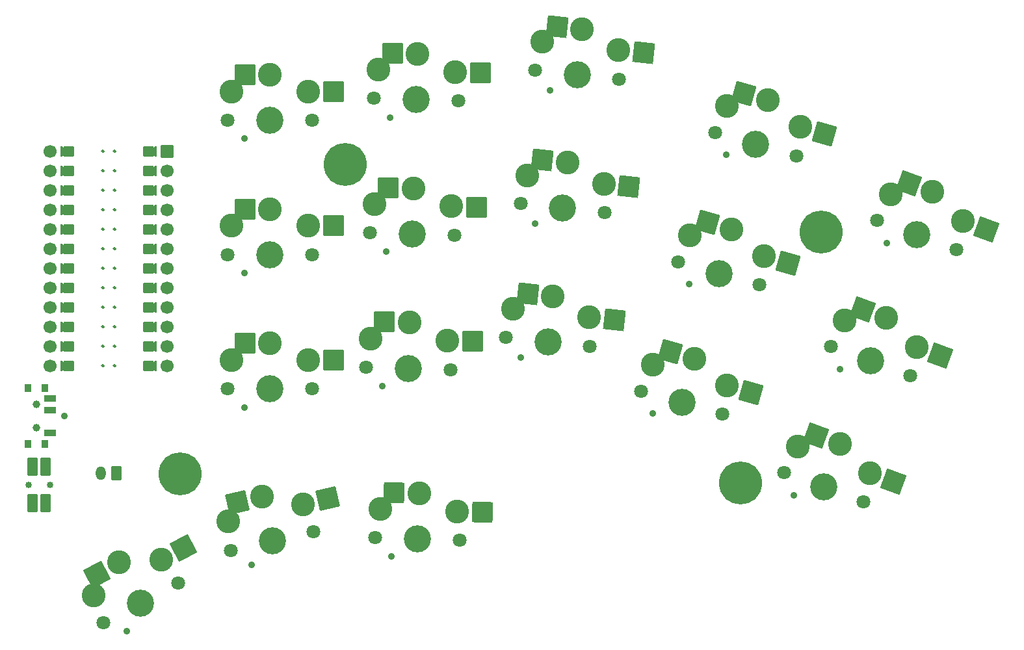
<source format=gbr>
%TF.GenerationSoftware,KiCad,Pcbnew,8.0.4*%
%TF.CreationDate,2024-07-27T19:19:30+05:00*%
%TF.ProjectId,BUBA_v1,42554241-5f76-4312-9e6b-696361645f70,v1.0.0*%
%TF.SameCoordinates,Original*%
%TF.FileFunction,Soldermask,Bot*%
%TF.FilePolarity,Negative*%
%FSLAX46Y46*%
G04 Gerber Fmt 4.6, Leading zero omitted, Abs format (unit mm)*
G04 Created by KiCad (PCBNEW 8.0.4) date 2024-07-27 19:19:30*
%MOMM*%
%LPD*%
G01*
G04 APERTURE LIST*
G04 Aperture macros list*
%AMRoundRect*
0 Rectangle with rounded corners*
0 $1 Rounding radius*
0 $2 $3 $4 $5 $6 $7 $8 $9 X,Y pos of 4 corners*
0 Add a 4 corners polygon primitive as box body*
4,1,4,$2,$3,$4,$5,$6,$7,$8,$9,$2,$3,0*
0 Add four circle primitives for the rounded corners*
1,1,$1+$1,$2,$3*
1,1,$1+$1,$4,$5*
1,1,$1+$1,$6,$7*
1,1,$1+$1,$8,$9*
0 Add four rect primitives between the rounded corners*
20,1,$1+$1,$2,$3,$4,$5,0*
20,1,$1+$1,$4,$5,$6,$7,0*
20,1,$1+$1,$6,$7,$8,$9,0*
20,1,$1+$1,$8,$9,$2,$3,0*%
%AMFreePoly0*
4,1,14,0.635355,0.435355,0.650000,0.400000,0.650000,0.200000,0.635355,0.164645,0.035355,-0.435355,0.000000,-0.450000,-0.035355,-0.435355,-0.635355,0.164645,-0.650000,0.200000,-0.650000,0.400000,-0.635355,0.435355,-0.600000,0.450000,0.600000,0.450000,0.635355,0.435355,0.635355,0.435355,$1*%
%AMFreePoly1*
4,1,16,0.635355,1.035355,0.650000,1.000000,0.650000,-0.250000,0.635355,-0.285355,0.600000,-0.300000,-0.600000,-0.300000,-0.635355,-0.285355,-0.650000,-0.250000,-0.650000,1.000000,-0.635355,1.035355,-0.600000,1.050000,-0.564645,1.035355,0.000000,0.470710,0.564645,1.035355,0.600000,1.050000,0.635355,1.035355,0.635355,1.035355,$1*%
G04 Aperture macros list end*
%ADD10C,0.250000*%
%ADD11C,0.100000*%
%ADD12FreePoly0,270.000000*%
%ADD13C,1.700000*%
%ADD14RoundRect,0.050000X-0.800000X0.800000X-0.800000X-0.800000X0.800000X-0.800000X0.800000X0.800000X0*%
%ADD15FreePoly0,90.000000*%
%ADD16FreePoly1,90.000000*%
%ADD17FreePoly1,270.000000*%
%ADD18C,1.801800*%
%ADD19C,3.100000*%
%ADD20C,0.900000*%
%ADD21C,3.529000*%
%ADD22RoundRect,0.050000X-1.606411X-0.894117X0.894117X-1.606411X1.606411X0.894117X-0.894117X1.606411X0*%
%ADD23RoundRect,0.050000X-1.337994X-1.260862X1.260862X-1.337994X1.337994X1.260862X-1.260862X1.337994X0*%
%ADD24RoundRect,0.050000X0.600000X-1.125000X0.600000X1.125000X-0.600000X1.125000X-0.600000X-1.125000X0*%
%ADD25C,0.850000*%
%ADD26RoundRect,0.050000X-0.537519X-1.758145X1.758145X-0.537519X0.537519X1.758145X-1.758145X0.537519X0*%
%ADD27RoundRect,0.050000X-1.300000X-1.300000X1.300000X-1.300000X1.300000X1.300000X-1.300000X1.300000X0*%
%ADD28RoundRect,0.050000X-1.344577X-1.253839X1.253839X-1.344577X1.344577X1.253839X-1.253839X1.344577X0*%
%ADD29RoundRect,0.050000X-0.400000X0.500000X-0.400000X-0.500000X0.400000X-0.500000X0.400000X0.500000X0*%
%ADD30C,1.000000*%
%ADD31RoundRect,0.050000X-0.750000X0.350000X-0.750000X-0.350000X0.750000X-0.350000X0.750000X0.350000X0*%
%ADD32C,5.600000*%
%ADD33RoundRect,0.050000X-0.974245X-1.559117X1.559117X-0.974245X0.974245X1.559117X-1.559117X0.974245X0*%
%ADD34RoundRect,0.050000X-1.432795X-1.151997X1.151997X-1.432795X1.432795X1.151997X-1.151997X1.432795X0*%
%ADD35RoundRect,0.050000X-1.668929X-0.771153X0.771153X-1.668929X1.668929X0.771153X-0.771153X1.668929X0*%
%ADD36RoundRect,0.050000X0.600000X0.850000X-0.600000X0.850000X-0.600000X-0.850000X0.600000X-0.850000X0*%
%ADD37O,1.300000X1.800000*%
G04 APERTURE END LIST*
D10*
%TO.C,MCU1*%
X82744694Y-68463239D02*
G75*
G02*
X82494694Y-68463239I-125000J0D01*
G01*
X82494694Y-68463239D02*
G75*
G02*
X82744694Y-68463239I125000J0D01*
G01*
X82744693Y-78623239D02*
G75*
G02*
X82494695Y-78623239I-124999J0D01*
G01*
X82494695Y-78623239D02*
G75*
G02*
X82744693Y-78623239I124999J0D01*
G01*
X82744694Y-86243239D02*
G75*
G02*
X82494694Y-86243239I-125000J0D01*
G01*
X82494694Y-86243239D02*
G75*
G02*
X82744694Y-86243239I125000J0D01*
G01*
X82744693Y-96403239D02*
G75*
G02*
X82494695Y-96403239I-124999J0D01*
G01*
X82494695Y-96403239D02*
G75*
G02*
X82744693Y-96403239I124999J0D01*
G01*
X82744695Y-71003239D02*
G75*
G02*
X82494695Y-71003239I-125000J0D01*
G01*
X82494695Y-71003239D02*
G75*
G02*
X82744695Y-71003239I125000J0D01*
G01*
X82744695Y-73543239D02*
G75*
G02*
X82494695Y-73543239I-125000J0D01*
G01*
X82494695Y-73543239D02*
G75*
G02*
X82744695Y-73543239I125000J0D01*
G01*
X82744694Y-76083240D02*
G75*
G02*
X82494696Y-76083240I-124999J0D01*
G01*
X82494696Y-76083240D02*
G75*
G02*
X82744694Y-76083240I124999J0D01*
G01*
X82744695Y-81163239D02*
G75*
G02*
X82494695Y-81163239I-125000J0D01*
G01*
X82494695Y-81163239D02*
G75*
G02*
X82744695Y-81163239I125000J0D01*
G01*
X82744696Y-83703239D02*
G75*
G02*
X82494694Y-83703239I-125001J0D01*
G01*
X82494694Y-83703239D02*
G75*
G02*
X82744696Y-83703239I125001J0D01*
G01*
X82744696Y-88783238D02*
G75*
G02*
X82494694Y-88783238I-125001J0D01*
G01*
X82494694Y-88783238D02*
G75*
G02*
X82744696Y-88783238I125001J0D01*
G01*
X82744694Y-91323239D02*
G75*
G02*
X82494696Y-91323239I-124999J0D01*
G01*
X82494696Y-91323239D02*
G75*
G02*
X82744694Y-91323239I124999J0D01*
G01*
X82744695Y-93863239D02*
G75*
G02*
X82494695Y-93863239I-125000J0D01*
G01*
X82494695Y-93863239D02*
G75*
G02*
X82744695Y-93863239I125000J0D01*
G01*
X84268695Y-71003239D02*
G75*
G02*
X84018695Y-71003239I-125000J0D01*
G01*
X84018695Y-71003239D02*
G75*
G02*
X84268695Y-71003239I125000J0D01*
G01*
X84268695Y-73543239D02*
G75*
G02*
X84018695Y-73543239I-125000J0D01*
G01*
X84018695Y-73543239D02*
G75*
G02*
X84268695Y-73543239I125000J0D01*
G01*
X84268694Y-76083240D02*
G75*
G02*
X84018696Y-76083240I-124999J0D01*
G01*
X84018696Y-76083240D02*
G75*
G02*
X84268694Y-76083240I124999J0D01*
G01*
X84268695Y-81163239D02*
G75*
G02*
X84018695Y-81163239I-125000J0D01*
G01*
X84018695Y-81163239D02*
G75*
G02*
X84268695Y-81163239I125000J0D01*
G01*
X84268696Y-83703239D02*
G75*
G02*
X84018694Y-83703239I-125001J0D01*
G01*
X84018694Y-83703239D02*
G75*
G02*
X84268696Y-83703239I125001J0D01*
G01*
X84268696Y-88783238D02*
G75*
G02*
X84018694Y-88783238I-125001J0D01*
G01*
X84018694Y-88783238D02*
G75*
G02*
X84268696Y-88783238I125001J0D01*
G01*
X84268694Y-91323239D02*
G75*
G02*
X84018696Y-91323239I-124999J0D01*
G01*
X84018696Y-91323239D02*
G75*
G02*
X84268694Y-91323239I124999J0D01*
G01*
X84268695Y-93863239D02*
G75*
G02*
X84018695Y-93863239I-125000J0D01*
G01*
X84018695Y-93863239D02*
G75*
G02*
X84268695Y-93863239I125000J0D01*
G01*
X84268696Y-68463239D02*
G75*
G02*
X84018696Y-68463239I-125000J0D01*
G01*
X84018696Y-68463239D02*
G75*
G02*
X84268696Y-68463239I125000J0D01*
G01*
X84268695Y-78623239D02*
G75*
G02*
X84018697Y-78623239I-124999J0D01*
G01*
X84018697Y-78623239D02*
G75*
G02*
X84268695Y-78623239I124999J0D01*
G01*
X84268696Y-86243239D02*
G75*
G02*
X84018696Y-86243239I-125000J0D01*
G01*
X84018696Y-86243239D02*
G75*
G02*
X84268696Y-86243239I125000J0D01*
G01*
X84268695Y-96403239D02*
G75*
G02*
X84018697Y-96403239I-124999J0D01*
G01*
X84018697Y-96403239D02*
G75*
G02*
X84268695Y-96403239I124999J0D01*
G01*
D11*
X78301695Y-71511239D02*
X77285694Y-71511239D01*
X77285694Y-70495239D01*
X78301695Y-70495239D01*
X78301695Y-71511239D01*
G36*
X78301695Y-71511239D02*
G01*
X77285694Y-71511239D01*
X77285694Y-70495239D01*
X78301695Y-70495239D01*
X78301695Y-71511239D01*
G37*
X78301695Y-74051239D02*
X77285695Y-74051239D01*
X77285695Y-73035239D01*
X78301695Y-73035239D01*
X78301695Y-74051239D01*
G36*
X78301695Y-74051239D02*
G01*
X77285695Y-74051239D01*
X77285695Y-73035239D01*
X78301695Y-73035239D01*
X78301695Y-74051239D01*
G37*
X78301695Y-76591239D02*
X77285694Y-76591239D01*
X77285694Y-75575239D01*
X78301695Y-75575239D01*
X78301695Y-76591239D01*
G36*
X78301695Y-76591239D02*
G01*
X77285694Y-76591239D01*
X77285694Y-75575239D01*
X78301695Y-75575239D01*
X78301695Y-76591239D01*
G37*
X78301695Y-78115240D02*
X78301696Y-79131240D01*
X77285695Y-79131239D01*
X77285695Y-78115239D01*
X78301695Y-78115240D01*
G36*
X78301695Y-78115240D02*
G01*
X78301696Y-79131240D01*
X77285695Y-79131239D01*
X77285695Y-78115239D01*
X78301695Y-78115240D01*
G37*
X78301695Y-81671238D02*
X77285695Y-81671238D01*
X77285695Y-80655239D01*
X78301695Y-80655239D01*
X78301695Y-81671238D01*
G36*
X78301695Y-81671238D02*
G01*
X77285695Y-81671238D01*
X77285695Y-80655239D01*
X78301695Y-80655239D01*
X78301695Y-81671238D01*
G37*
X78301695Y-84211239D02*
X77285695Y-84211239D01*
X77285695Y-83195240D01*
X78301695Y-83195240D01*
X78301695Y-84211239D01*
G36*
X78301695Y-84211239D02*
G01*
X77285695Y-84211239D01*
X77285695Y-83195240D01*
X78301695Y-83195240D01*
X78301695Y-84211239D01*
G37*
X78301695Y-89291239D02*
X77285694Y-89291239D01*
X77285694Y-88275239D01*
X78301695Y-88275239D01*
X78301695Y-89291239D01*
G36*
X78301695Y-89291239D02*
G01*
X77285694Y-89291239D01*
X77285694Y-88275239D01*
X78301695Y-88275239D01*
X78301695Y-89291239D01*
G37*
X78301695Y-91831239D02*
X77285695Y-91831239D01*
X77285695Y-90815239D01*
X78301695Y-90815239D01*
X78301695Y-91831239D01*
G36*
X78301695Y-91831239D02*
G01*
X77285695Y-91831239D01*
X77285695Y-90815239D01*
X78301695Y-90815239D01*
X78301695Y-91831239D01*
G37*
X78301695Y-94371239D02*
X77285694Y-94371239D01*
X77285694Y-93355239D01*
X78301695Y-93355239D01*
X78301695Y-94371239D01*
G36*
X78301695Y-94371239D02*
G01*
X77285694Y-94371239D01*
X77285694Y-93355239D01*
X78301695Y-93355239D01*
X78301695Y-94371239D01*
G37*
X78301696Y-96911240D02*
X77285695Y-96911239D01*
X77285695Y-95895239D01*
X78301695Y-95895239D01*
X78301696Y-96911240D01*
G36*
X78301696Y-96911240D02*
G01*
X77285695Y-96911239D01*
X77285695Y-95895239D01*
X78301695Y-95895239D01*
X78301696Y-96911240D01*
G37*
X78301696Y-67955239D02*
X78301695Y-68971239D01*
X77285695Y-68971239D01*
X77285695Y-67955238D01*
X78301696Y-67955239D01*
G36*
X78301696Y-67955239D02*
G01*
X78301695Y-68971239D01*
X77285695Y-68971239D01*
X77285695Y-67955238D01*
X78301696Y-67955239D01*
G37*
X78301695Y-86751238D02*
X77285695Y-86751239D01*
X77285695Y-85735239D01*
X78301696Y-85735239D01*
X78301695Y-86751238D01*
G36*
X78301695Y-86751238D02*
G01*
X77285695Y-86751239D01*
X77285695Y-85735239D01*
X78301696Y-85735239D01*
X78301695Y-86751238D01*
G37*
X89477695Y-79131239D02*
X88461694Y-79131239D01*
X88461695Y-78115240D01*
X89477695Y-78115239D01*
X89477695Y-79131239D01*
G36*
X89477695Y-79131239D02*
G01*
X88461694Y-79131239D01*
X88461695Y-78115240D01*
X89477695Y-78115239D01*
X89477695Y-79131239D01*
G37*
X89477695Y-96911240D02*
X88461694Y-96911239D01*
X88461695Y-95895239D01*
X89477695Y-95895239D01*
X89477695Y-96911240D01*
G36*
X89477695Y-96911240D02*
G01*
X88461694Y-96911239D01*
X88461695Y-95895239D01*
X89477695Y-95895239D01*
X89477695Y-96911240D01*
G37*
X89477695Y-67955239D02*
X89477695Y-68971239D01*
X88461695Y-68971239D01*
X88461694Y-67955238D01*
X89477695Y-67955239D01*
G36*
X89477695Y-67955239D02*
G01*
X89477695Y-68971239D01*
X88461695Y-68971239D01*
X88461694Y-67955238D01*
X89477695Y-67955239D01*
G37*
X89477696Y-71511239D02*
X88461695Y-71511239D01*
X88461695Y-70495239D01*
X89477696Y-70495239D01*
X89477696Y-71511239D01*
G36*
X89477696Y-71511239D02*
G01*
X88461695Y-71511239D01*
X88461695Y-70495239D01*
X89477696Y-70495239D01*
X89477696Y-71511239D01*
G37*
X89477695Y-74051239D02*
X88461695Y-74051239D01*
X88461695Y-73035239D01*
X89477695Y-73035239D01*
X89477695Y-74051239D01*
G36*
X89477695Y-74051239D02*
G01*
X88461695Y-74051239D01*
X88461695Y-73035239D01*
X89477695Y-73035239D01*
X89477695Y-74051239D01*
G37*
X89477696Y-76591239D02*
X88461695Y-76591239D01*
X88461695Y-75575239D01*
X89477696Y-75575239D01*
X89477696Y-76591239D01*
G36*
X89477696Y-76591239D02*
G01*
X88461695Y-76591239D01*
X88461695Y-75575239D01*
X89477696Y-75575239D01*
X89477696Y-76591239D01*
G37*
X89477695Y-81671238D02*
X88461695Y-81671238D01*
X88461695Y-80655239D01*
X89477695Y-80655239D01*
X89477695Y-81671238D01*
G36*
X89477695Y-81671238D02*
G01*
X88461695Y-81671238D01*
X88461695Y-80655239D01*
X89477695Y-80655239D01*
X89477695Y-81671238D01*
G37*
X89477695Y-84211239D02*
X88461695Y-84211239D01*
X88461695Y-83195240D01*
X89477695Y-83195240D01*
X89477695Y-84211239D01*
G36*
X89477695Y-84211239D02*
G01*
X88461695Y-84211239D01*
X88461695Y-83195240D01*
X89477695Y-83195240D01*
X89477695Y-84211239D01*
G37*
X89477695Y-85735239D02*
X89477695Y-86751239D01*
X88461695Y-86751238D01*
X88461694Y-85735238D01*
X89477695Y-85735239D01*
G36*
X89477695Y-85735239D02*
G01*
X89477695Y-86751239D01*
X88461695Y-86751238D01*
X88461694Y-85735238D01*
X89477695Y-85735239D01*
G37*
X89477696Y-89291239D02*
X88461695Y-89291239D01*
X88461695Y-88275239D01*
X89477696Y-88275239D01*
X89477696Y-89291239D01*
G36*
X89477696Y-89291239D02*
G01*
X88461695Y-89291239D01*
X88461695Y-88275239D01*
X89477696Y-88275239D01*
X89477696Y-89291239D01*
G37*
X89477695Y-91831239D02*
X88461695Y-91831239D01*
X88461695Y-90815239D01*
X89477695Y-90815239D01*
X89477695Y-91831239D01*
G36*
X89477695Y-91831239D02*
G01*
X88461695Y-91831239D01*
X88461695Y-90815239D01*
X89477695Y-90815239D01*
X89477695Y-91831239D01*
G37*
X89477696Y-94371239D02*
X88461695Y-94371239D01*
X88461695Y-93355239D01*
X89477696Y-93355239D01*
X89477696Y-94371239D01*
G36*
X89477696Y-94371239D02*
G01*
X88461695Y-94371239D01*
X88461695Y-93355239D01*
X89477696Y-93355239D01*
X89477696Y-94371239D01*
G37*
%TD*%
D12*
%TO.C,MCU1*%
X89223695Y-68463238D03*
D13*
X91001695Y-68463239D03*
D14*
X91001695Y-68463239D03*
D15*
X77539695Y-68463239D03*
D13*
X75761695Y-68463239D03*
X91001695Y-71003238D03*
X75761695Y-71003238D03*
D12*
X89223695Y-71003239D03*
D15*
X77539695Y-71003239D03*
D13*
X91001695Y-73543239D03*
D12*
X89223695Y-73543239D03*
D15*
X77539695Y-73543239D03*
D13*
X75761695Y-73543239D03*
D12*
X89223696Y-76083239D03*
D15*
X77539695Y-76083239D03*
D13*
X91001695Y-76083240D03*
X75761695Y-76083240D03*
X91001695Y-78623239D03*
D12*
X89223695Y-78623239D03*
D15*
X77539695Y-78623239D03*
D13*
X75761695Y-78623239D03*
X91001695Y-81163239D03*
D12*
X89223695Y-81163239D03*
D15*
X77539695Y-81163239D03*
D13*
X75761695Y-81163239D03*
X91001695Y-83703239D03*
D12*
X89223695Y-83703239D03*
D15*
X77539695Y-83703239D03*
D13*
X75761695Y-83703239D03*
X91001695Y-86243239D03*
D12*
X89223695Y-86243239D03*
D15*
X77539695Y-86243239D03*
D13*
X75761695Y-86243239D03*
X91001695Y-88783238D03*
X75761695Y-88783238D03*
D12*
X89223695Y-88783239D03*
D15*
X77539694Y-88783239D03*
D13*
X91001695Y-91323239D03*
D12*
X89223695Y-91323239D03*
D15*
X77539695Y-91323239D03*
D13*
X75761695Y-91323239D03*
D12*
X89223695Y-93863239D03*
D15*
X77539695Y-93863239D03*
D13*
X91001695Y-93863240D03*
X75761695Y-93863240D03*
X91001695Y-96403239D03*
D12*
X89223695Y-96403239D03*
D13*
X75761695Y-96403239D03*
D15*
X77539695Y-96403240D03*
D16*
X78555696Y-68463238D03*
X78555695Y-71003239D03*
X78555695Y-73543240D03*
X78555696Y-76083239D03*
X78555695Y-78623238D03*
X78555695Y-81163239D03*
X78555695Y-83703239D03*
X78555695Y-86243240D03*
X78555696Y-88783239D03*
X78555695Y-91323239D03*
X78555695Y-93863239D03*
X78555695Y-96403240D03*
D17*
X88207694Y-96403240D03*
X88207695Y-93863239D03*
X88207695Y-91323238D03*
X88207694Y-88783239D03*
X88207695Y-86243240D03*
X88207695Y-83703239D03*
X88207695Y-81163239D03*
X88207695Y-78623238D03*
X88207694Y-76083239D03*
X88207695Y-73543239D03*
X88207695Y-71003239D03*
X88207695Y-68463238D03*
%TD*%
D18*
%TO.C,S11*%
X157542655Y-82865206D03*
D19*
X159050873Y-79395656D03*
D20*
X159000985Y-85776096D03*
D21*
X162832232Y-84371982D03*
D19*
X164462290Y-78649622D03*
X164462290Y-78649622D03*
X168668286Y-82135248D03*
D18*
X168121809Y-85878758D03*
D22*
X161312587Y-77752404D03*
X171817989Y-83032465D03*
%TD*%
D18*
%TO.C,S5*%
X117403276Y-79077779D03*
D19*
X118014304Y-75344262D03*
D20*
X119531109Y-81541988D03*
D19*
X123077369Y-73293561D03*
X123077369Y-73293561D03*
D21*
X122900855Y-79240943D03*
D19*
X128009903Y-75640925D03*
D18*
X128398434Y-79404107D03*
D23*
X119803810Y-73196405D03*
X131283461Y-75738081D03*
%TD*%
D20*
%TO.C,RST1*%
X75181694Y-109558243D03*
X75181694Y-109558243D03*
X73481695Y-109558242D03*
X73481695Y-109558242D03*
D24*
X73481695Y-114308242D03*
X73481695Y-109558242D03*
X75181694Y-114308241D03*
X75181694Y-109558243D03*
D25*
X72956694Y-111933242D03*
X72956694Y-111933242D03*
X75706694Y-111933242D03*
X75706694Y-111933242D03*
%TD*%
D18*
%TO.C,S17*%
X82699439Y-129874408D03*
D19*
X81380394Y-126328618D03*
D20*
X85768656Y-130960645D03*
D19*
X84762295Y-122038777D03*
X84762295Y-122038777D03*
D21*
X87555651Y-127292315D03*
D19*
X90209870Y-121633903D03*
D18*
X92411863Y-124710222D03*
D26*
X81870642Y-123576296D03*
X93101524Y-120096385D03*
%TD*%
D18*
%TO.C,S6*%
X117922432Y-61585482D03*
D19*
X118533460Y-57851965D03*
D20*
X120050265Y-64049691D03*
D19*
X123596525Y-55801264D03*
X123596525Y-55801264D03*
D21*
X123420011Y-61748646D03*
D19*
X128529059Y-58148628D03*
D18*
X128917590Y-61911810D03*
D23*
X120322966Y-55704108D03*
X131802617Y-58245784D03*
%TD*%
D18*
%TO.C,S1*%
X98881697Y-99433241D03*
D19*
X99381697Y-95683241D03*
D20*
X101081697Y-101833241D03*
D19*
X104381697Y-93483242D03*
X104381697Y-93483242D03*
D21*
X104381697Y-99433241D03*
D19*
X109381697Y-95683241D03*
D18*
X109881697Y-99433241D03*
D27*
X101106697Y-93483241D03*
X112656697Y-95683242D03*
%TD*%
D18*
%TO.C,S18*%
X118110697Y-118777180D03*
D19*
X118741266Y-115046915D03*
D20*
X120225598Y-121252497D03*
D19*
X123814999Y-113022752D03*
X123814999Y-113022752D03*
D21*
X123607347Y-118969128D03*
D19*
X128735174Y-115395909D03*
D18*
X129103997Y-119161076D03*
D28*
X120541994Y-112908455D03*
X132008179Y-115510206D03*
%TD*%
D18*
%TO.C,S3*%
X98881694Y-64433241D03*
D19*
X99381694Y-60683241D03*
D20*
X101081694Y-66833241D03*
D19*
X104381694Y-58483242D03*
X104381694Y-58483242D03*
D21*
X104381694Y-64433241D03*
D19*
X109381694Y-60683241D03*
D18*
X109881694Y-64433241D03*
D27*
X101106694Y-58483241D03*
X112656694Y-60683242D03*
%TD*%
D29*
%TO.C,*%
X75061697Y-99283242D03*
X72851697Y-99283242D03*
D20*
X75711697Y-100683242D03*
X75711697Y-100683242D03*
D30*
X73951697Y-101433242D03*
X73951697Y-101433242D03*
D20*
X77611697Y-102933242D03*
X77611697Y-102933242D03*
D30*
X73951697Y-104433242D03*
X73951697Y-104433242D03*
D29*
X75061697Y-106583242D03*
X72851697Y-106583242D03*
D31*
X75711697Y-105183242D03*
X75711697Y-102183242D03*
X75711697Y-100683242D03*
%TD*%
D32*
%TO.C,REF\u002A\u002A*%
X92661449Y-110453714D03*
%TD*%
D18*
%TO.C,S16*%
X99322660Y-120470471D03*
D19*
X98966278Y-116704108D03*
D20*
X102006156Y-122314067D03*
D21*
X104681695Y-119233241D03*
D19*
X103343237Y-113435739D03*
X103343237Y-113435739D03*
X108709979Y-114454598D03*
D18*
X110040730Y-117996011D03*
D33*
X100152175Y-114172454D03*
X111901041Y-113717883D03*
%TD*%
D32*
%TO.C,REF\u002A\u002A*%
X114161451Y-70203714D03*
%TD*%
D18*
%TO.C,S7*%
X135124563Y-92677963D03*
D19*
X136026638Y-89003896D03*
D20*
X137052499Y-95301523D03*
D19*
X141234991Y-87356761D03*
X141234991Y-87356761D03*
D21*
X140592395Y-93271959D03*
D19*
X145968148Y-90083890D03*
D18*
X146060227Y-93865955D03*
D34*
X137979146Y-87003063D03*
X149223993Y-90437587D03*
%TD*%
D18*
%TO.C,S13*%
X171373678Y-110291242D03*
D19*
X173137792Y-106944542D03*
D20*
X172609646Y-113303281D03*
D19*
X178589913Y-106606349D03*
X178589913Y-106606349D03*
D21*
X176535389Y-112190382D03*
D19*
X182522722Y-110397524D03*
D18*
X181697100Y-114089522D03*
D35*
X175516348Y-105475497D03*
X185596287Y-111528376D03*
%TD*%
D32*
%TO.C,REF\u002A\u002A*%
X176161450Y-78953714D03*
%TD*%
D18*
%TO.C,S8*%
X137014551Y-75280321D03*
D19*
X137916626Y-71606254D03*
D20*
X138942487Y-77903881D03*
D19*
X143124979Y-69959119D03*
X143124979Y-69959119D03*
D21*
X142482383Y-75874317D03*
D19*
X147858136Y-72686248D03*
D18*
X147950215Y-76468313D03*
D34*
X139869134Y-69605421D03*
X151113981Y-73039945D03*
%TD*%
D36*
%TO.C,BAT1*%
X84381696Y-110433241D03*
D37*
X82381696Y-110433241D03*
%TD*%
D18*
%TO.C,S14*%
X177416395Y-93867617D03*
D19*
X179180509Y-90520917D03*
D20*
X178652363Y-96879656D03*
D19*
X184632630Y-90182724D03*
X184632630Y-90182724D03*
D21*
X182578106Y-95766757D03*
D19*
X188565439Y-93973899D03*
D18*
X187739817Y-97665897D03*
D35*
X181559065Y-89051872D03*
X191639004Y-95104751D03*
%TD*%
D32*
%TO.C,REF\u002A\u002A*%
X165661451Y-111703713D03*
%TD*%
D18*
%TO.C,S12*%
X162336940Y-66034732D03*
D19*
X163845158Y-62565182D03*
D20*
X163795270Y-68945622D03*
D21*
X167626517Y-67541508D03*
D19*
X169256575Y-61819148D03*
X169256575Y-61819148D03*
X173462571Y-65304774D03*
D18*
X172916094Y-69048284D03*
D22*
X166106872Y-60921930D03*
X176612274Y-66201991D03*
%TD*%
D18*
%TO.C,S9*%
X138904537Y-57882682D03*
D19*
X139806612Y-54208615D03*
D20*
X140832473Y-60506242D03*
D19*
X145014965Y-52561480D03*
X145014965Y-52561480D03*
D21*
X144372369Y-58476678D03*
D19*
X149748122Y-55288609D03*
D18*
X149840201Y-59070674D03*
D34*
X141759120Y-52207782D03*
X153003967Y-55642306D03*
%TD*%
D18*
%TO.C,S15*%
X183459114Y-77443988D03*
D19*
X185223228Y-74097288D03*
D20*
X184695082Y-80456027D03*
D19*
X190675349Y-73759095D03*
X190675349Y-73759095D03*
D21*
X188620825Y-79343128D03*
D19*
X194608158Y-77550270D03*
D18*
X193782536Y-81242268D03*
D35*
X187601784Y-72628243D03*
X197681723Y-78681122D03*
%TD*%
D18*
%TO.C,S4*%
X116884114Y-96570076D03*
D19*
X117495142Y-92836559D03*
D20*
X119011947Y-99034285D03*
D19*
X122558207Y-90785858D03*
X122558207Y-90785858D03*
D21*
X122381693Y-96733240D03*
D19*
X127490741Y-93133222D03*
D18*
X127879272Y-96896404D03*
D23*
X119284648Y-90688702D03*
X130764299Y-93230378D03*
%TD*%
D18*
%TO.C,S10*%
X152748367Y-99695675D03*
D19*
X154256585Y-96226125D03*
D20*
X154206697Y-102606565D03*
D21*
X158037944Y-101202451D03*
D19*
X159668002Y-95480091D03*
X159668002Y-95480091D03*
X163873998Y-98965717D03*
D18*
X163327521Y-102709227D03*
D22*
X156518299Y-94582873D03*
X167023701Y-99862934D03*
%TD*%
D18*
%TO.C,S2*%
X98881696Y-81933242D03*
D19*
X99381696Y-78183242D03*
D20*
X101081696Y-84333242D03*
D19*
X104381696Y-75983243D03*
X104381696Y-75983243D03*
D21*
X104381696Y-81933242D03*
D19*
X109381696Y-78183242D03*
D18*
X109881696Y-81933242D03*
D27*
X101106696Y-75983242D03*
X112656696Y-78183243D03*
%TD*%
M02*

</source>
